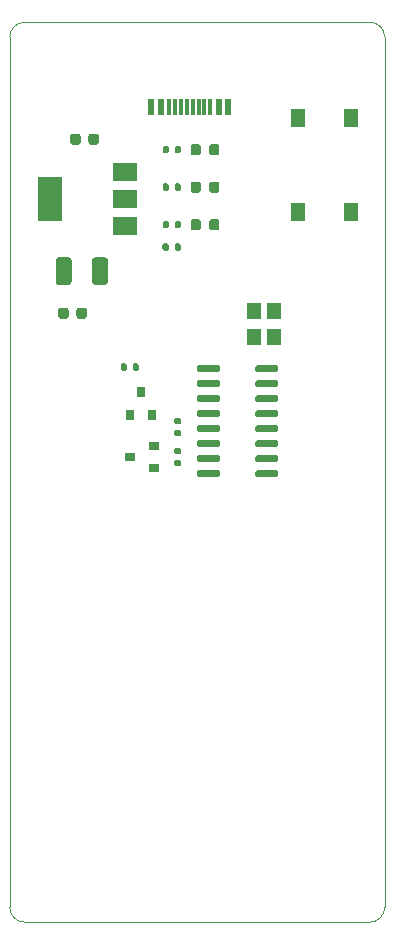
<source format=gbr>
%TF.GenerationSoftware,KiCad,Pcbnew,5.1.10-88a1d61d58~88~ubuntu20.04.1*%
%TF.CreationDate,2021-05-28T23:30:33+02:00*%
%TF.ProjectId,wt32-eth01-programmer,77743332-2d65-4746-9830-312d70726f67,rev?*%
%TF.SameCoordinates,Original*%
%TF.FileFunction,Paste,Top*%
%TF.FilePolarity,Positive*%
%FSLAX46Y46*%
G04 Gerber Fmt 4.6, Leading zero omitted, Abs format (unit mm)*
G04 Created by KiCad (PCBNEW 5.1.10-88a1d61d58~88~ubuntu20.04.1) date 2021-05-28 23:30:33*
%MOMM*%
%LPD*%
G01*
G04 APERTURE LIST*
%TA.AperFunction,Profile*%
%ADD10C,0.050000*%
%TD*%
%ADD11R,1.300000X1.550000*%
%ADD12R,1.200000X1.400000*%
%ADD13R,2.000000X1.500000*%
%ADD14R,2.000000X3.800000*%
%ADD15R,0.800000X0.900000*%
%ADD16R,0.900000X0.800000*%
%ADD17R,0.600000X1.450000*%
%ADD18R,0.300000X1.450000*%
G04 APERTURE END LIST*
D10*
X50800000Y-45720000D02*
G75*
G02*
X52070000Y-44450000I1270000J0D01*
G01*
X52070000Y-120650000D02*
G75*
G02*
X50800000Y-119380000I0J1270000D01*
G01*
X82550000Y-119380000D02*
G75*
G02*
X81280000Y-120650000I-1270000J0D01*
G01*
X81280000Y-44450000D02*
G75*
G02*
X82550000Y-45720000I0J-1270000D01*
G01*
X50800000Y-45720000D02*
X50800000Y-119380000D01*
X81280000Y-44450000D02*
X52070000Y-44450000D01*
X82550000Y-119380000D02*
X82550000Y-45720000D01*
X52070000Y-120650000D02*
X81280000Y-120650000D01*
D11*
%TO.C,SW1*%
X75220000Y-60490000D03*
X79720000Y-60490000D03*
X79720000Y-52540000D03*
X75220000Y-52540000D03*
%TD*%
D12*
%TO.C,Y1*%
X71452000Y-71120000D03*
X71452000Y-68920000D03*
X73152000Y-68920000D03*
X73152000Y-71120000D03*
%TD*%
%TO.C,U2*%
G36*
G01*
X68604000Y-82527000D02*
X68604000Y-82827000D01*
G75*
G02*
X68454000Y-82977000I-150000J0D01*
G01*
X66804000Y-82977000D01*
G75*
G02*
X66654000Y-82827000I0J150000D01*
G01*
X66654000Y-82527000D01*
G75*
G02*
X66804000Y-82377000I150000J0D01*
G01*
X68454000Y-82377000D01*
G75*
G02*
X68604000Y-82527000I0J-150000D01*
G01*
G37*
G36*
G01*
X68604000Y-81257000D02*
X68604000Y-81557000D01*
G75*
G02*
X68454000Y-81707000I-150000J0D01*
G01*
X66804000Y-81707000D01*
G75*
G02*
X66654000Y-81557000I0J150000D01*
G01*
X66654000Y-81257000D01*
G75*
G02*
X66804000Y-81107000I150000J0D01*
G01*
X68454000Y-81107000D01*
G75*
G02*
X68604000Y-81257000I0J-150000D01*
G01*
G37*
G36*
G01*
X68604000Y-79987000D02*
X68604000Y-80287000D01*
G75*
G02*
X68454000Y-80437000I-150000J0D01*
G01*
X66804000Y-80437000D01*
G75*
G02*
X66654000Y-80287000I0J150000D01*
G01*
X66654000Y-79987000D01*
G75*
G02*
X66804000Y-79837000I150000J0D01*
G01*
X68454000Y-79837000D01*
G75*
G02*
X68604000Y-79987000I0J-150000D01*
G01*
G37*
G36*
G01*
X68604000Y-78717000D02*
X68604000Y-79017000D01*
G75*
G02*
X68454000Y-79167000I-150000J0D01*
G01*
X66804000Y-79167000D01*
G75*
G02*
X66654000Y-79017000I0J150000D01*
G01*
X66654000Y-78717000D01*
G75*
G02*
X66804000Y-78567000I150000J0D01*
G01*
X68454000Y-78567000D01*
G75*
G02*
X68604000Y-78717000I0J-150000D01*
G01*
G37*
G36*
G01*
X68604000Y-77447000D02*
X68604000Y-77747000D01*
G75*
G02*
X68454000Y-77897000I-150000J0D01*
G01*
X66804000Y-77897000D01*
G75*
G02*
X66654000Y-77747000I0J150000D01*
G01*
X66654000Y-77447000D01*
G75*
G02*
X66804000Y-77297000I150000J0D01*
G01*
X68454000Y-77297000D01*
G75*
G02*
X68604000Y-77447000I0J-150000D01*
G01*
G37*
G36*
G01*
X68604000Y-76177000D02*
X68604000Y-76477000D01*
G75*
G02*
X68454000Y-76627000I-150000J0D01*
G01*
X66804000Y-76627000D01*
G75*
G02*
X66654000Y-76477000I0J150000D01*
G01*
X66654000Y-76177000D01*
G75*
G02*
X66804000Y-76027000I150000J0D01*
G01*
X68454000Y-76027000D01*
G75*
G02*
X68604000Y-76177000I0J-150000D01*
G01*
G37*
G36*
G01*
X68604000Y-74907000D02*
X68604000Y-75207000D01*
G75*
G02*
X68454000Y-75357000I-150000J0D01*
G01*
X66804000Y-75357000D01*
G75*
G02*
X66654000Y-75207000I0J150000D01*
G01*
X66654000Y-74907000D01*
G75*
G02*
X66804000Y-74757000I150000J0D01*
G01*
X68454000Y-74757000D01*
G75*
G02*
X68604000Y-74907000I0J-150000D01*
G01*
G37*
G36*
G01*
X68604000Y-73637000D02*
X68604000Y-73937000D01*
G75*
G02*
X68454000Y-74087000I-150000J0D01*
G01*
X66804000Y-74087000D01*
G75*
G02*
X66654000Y-73937000I0J150000D01*
G01*
X66654000Y-73637000D01*
G75*
G02*
X66804000Y-73487000I150000J0D01*
G01*
X68454000Y-73487000D01*
G75*
G02*
X68604000Y-73637000I0J-150000D01*
G01*
G37*
G36*
G01*
X73554000Y-73637000D02*
X73554000Y-73937000D01*
G75*
G02*
X73404000Y-74087000I-150000J0D01*
G01*
X71754000Y-74087000D01*
G75*
G02*
X71604000Y-73937000I0J150000D01*
G01*
X71604000Y-73637000D01*
G75*
G02*
X71754000Y-73487000I150000J0D01*
G01*
X73404000Y-73487000D01*
G75*
G02*
X73554000Y-73637000I0J-150000D01*
G01*
G37*
G36*
G01*
X73554000Y-74907000D02*
X73554000Y-75207000D01*
G75*
G02*
X73404000Y-75357000I-150000J0D01*
G01*
X71754000Y-75357000D01*
G75*
G02*
X71604000Y-75207000I0J150000D01*
G01*
X71604000Y-74907000D01*
G75*
G02*
X71754000Y-74757000I150000J0D01*
G01*
X73404000Y-74757000D01*
G75*
G02*
X73554000Y-74907000I0J-150000D01*
G01*
G37*
G36*
G01*
X73554000Y-76177000D02*
X73554000Y-76477000D01*
G75*
G02*
X73404000Y-76627000I-150000J0D01*
G01*
X71754000Y-76627000D01*
G75*
G02*
X71604000Y-76477000I0J150000D01*
G01*
X71604000Y-76177000D01*
G75*
G02*
X71754000Y-76027000I150000J0D01*
G01*
X73404000Y-76027000D01*
G75*
G02*
X73554000Y-76177000I0J-150000D01*
G01*
G37*
G36*
G01*
X73554000Y-77447000D02*
X73554000Y-77747000D01*
G75*
G02*
X73404000Y-77897000I-150000J0D01*
G01*
X71754000Y-77897000D01*
G75*
G02*
X71604000Y-77747000I0J150000D01*
G01*
X71604000Y-77447000D01*
G75*
G02*
X71754000Y-77297000I150000J0D01*
G01*
X73404000Y-77297000D01*
G75*
G02*
X73554000Y-77447000I0J-150000D01*
G01*
G37*
G36*
G01*
X73554000Y-78717000D02*
X73554000Y-79017000D01*
G75*
G02*
X73404000Y-79167000I-150000J0D01*
G01*
X71754000Y-79167000D01*
G75*
G02*
X71604000Y-79017000I0J150000D01*
G01*
X71604000Y-78717000D01*
G75*
G02*
X71754000Y-78567000I150000J0D01*
G01*
X73404000Y-78567000D01*
G75*
G02*
X73554000Y-78717000I0J-150000D01*
G01*
G37*
G36*
G01*
X73554000Y-79987000D02*
X73554000Y-80287000D01*
G75*
G02*
X73404000Y-80437000I-150000J0D01*
G01*
X71754000Y-80437000D01*
G75*
G02*
X71604000Y-80287000I0J150000D01*
G01*
X71604000Y-79987000D01*
G75*
G02*
X71754000Y-79837000I150000J0D01*
G01*
X73404000Y-79837000D01*
G75*
G02*
X73554000Y-79987000I0J-150000D01*
G01*
G37*
G36*
G01*
X73554000Y-81257000D02*
X73554000Y-81557000D01*
G75*
G02*
X73404000Y-81707000I-150000J0D01*
G01*
X71754000Y-81707000D01*
G75*
G02*
X71604000Y-81557000I0J150000D01*
G01*
X71604000Y-81257000D01*
G75*
G02*
X71754000Y-81107000I150000J0D01*
G01*
X73404000Y-81107000D01*
G75*
G02*
X73554000Y-81257000I0J-150000D01*
G01*
G37*
G36*
G01*
X73554000Y-82527000D02*
X73554000Y-82827000D01*
G75*
G02*
X73404000Y-82977000I-150000J0D01*
G01*
X71754000Y-82977000D01*
G75*
G02*
X71604000Y-82827000I0J150000D01*
G01*
X71604000Y-82527000D01*
G75*
G02*
X71754000Y-82377000I150000J0D01*
G01*
X73404000Y-82377000D01*
G75*
G02*
X73554000Y-82527000I0J-150000D01*
G01*
G37*
%TD*%
D13*
%TO.C,U1*%
X60554000Y-61736000D03*
X60554000Y-57136000D03*
X60554000Y-59436000D03*
D14*
X54254000Y-59436000D03*
%TD*%
%TO.C,R7*%
G36*
G01*
X64839000Y-78982000D02*
X65209000Y-78982000D01*
G75*
G02*
X65344000Y-79117000I0J-135000D01*
G01*
X65344000Y-79387000D01*
G75*
G02*
X65209000Y-79522000I-135000J0D01*
G01*
X64839000Y-79522000D01*
G75*
G02*
X64704000Y-79387000I0J135000D01*
G01*
X64704000Y-79117000D01*
G75*
G02*
X64839000Y-78982000I135000J0D01*
G01*
G37*
G36*
G01*
X64839000Y-77962000D02*
X65209000Y-77962000D01*
G75*
G02*
X65344000Y-78097000I0J-135000D01*
G01*
X65344000Y-78367000D01*
G75*
G02*
X65209000Y-78502000I-135000J0D01*
G01*
X64839000Y-78502000D01*
G75*
G02*
X64704000Y-78367000I0J135000D01*
G01*
X64704000Y-78097000D01*
G75*
G02*
X64839000Y-77962000I135000J0D01*
G01*
G37*
%TD*%
%TO.C,R6*%
G36*
G01*
X65209000Y-81038000D02*
X64839000Y-81038000D01*
G75*
G02*
X64704000Y-80903000I0J135000D01*
G01*
X64704000Y-80633000D01*
G75*
G02*
X64839000Y-80498000I135000J0D01*
G01*
X65209000Y-80498000D01*
G75*
G02*
X65344000Y-80633000I0J-135000D01*
G01*
X65344000Y-80903000D01*
G75*
G02*
X65209000Y-81038000I-135000J0D01*
G01*
G37*
G36*
G01*
X65209000Y-82058000D02*
X64839000Y-82058000D01*
G75*
G02*
X64704000Y-81923000I0J135000D01*
G01*
X64704000Y-81653000D01*
G75*
G02*
X64839000Y-81518000I135000J0D01*
G01*
X65209000Y-81518000D01*
G75*
G02*
X65344000Y-81653000I0J-135000D01*
G01*
X65344000Y-81923000D01*
G75*
G02*
X65209000Y-82058000I-135000J0D01*
G01*
G37*
%TD*%
%TO.C,R5*%
G36*
G01*
X64274000Y-63315000D02*
X64274000Y-63685000D01*
G75*
G02*
X64139000Y-63820000I-135000J0D01*
G01*
X63869000Y-63820000D01*
G75*
G02*
X63734000Y-63685000I0J135000D01*
G01*
X63734000Y-63315000D01*
G75*
G02*
X63869000Y-63180000I135000J0D01*
G01*
X64139000Y-63180000D01*
G75*
G02*
X64274000Y-63315000I0J-135000D01*
G01*
G37*
G36*
G01*
X65294000Y-63315000D02*
X65294000Y-63685000D01*
G75*
G02*
X65159000Y-63820000I-135000J0D01*
G01*
X64889000Y-63820000D01*
G75*
G02*
X64754000Y-63685000I0J135000D01*
G01*
X64754000Y-63315000D01*
G75*
G02*
X64889000Y-63180000I135000J0D01*
G01*
X65159000Y-63180000D01*
G75*
G02*
X65294000Y-63315000I0J-135000D01*
G01*
G37*
%TD*%
%TO.C,R4*%
G36*
G01*
X60722000Y-73475000D02*
X60722000Y-73845000D01*
G75*
G02*
X60587000Y-73980000I-135000J0D01*
G01*
X60317000Y-73980000D01*
G75*
G02*
X60182000Y-73845000I0J135000D01*
G01*
X60182000Y-73475000D01*
G75*
G02*
X60317000Y-73340000I135000J0D01*
G01*
X60587000Y-73340000D01*
G75*
G02*
X60722000Y-73475000I0J-135000D01*
G01*
G37*
G36*
G01*
X61742000Y-73475000D02*
X61742000Y-73845000D01*
G75*
G02*
X61607000Y-73980000I-135000J0D01*
G01*
X61337000Y-73980000D01*
G75*
G02*
X61202000Y-73845000I0J135000D01*
G01*
X61202000Y-73475000D01*
G75*
G02*
X61337000Y-73340000I135000J0D01*
G01*
X61607000Y-73340000D01*
G75*
G02*
X61742000Y-73475000I0J-135000D01*
G01*
G37*
%TD*%
%TO.C,R3*%
G36*
G01*
X64758000Y-61780000D02*
X64758000Y-61410000D01*
G75*
G02*
X64893000Y-61275000I135000J0D01*
G01*
X65163000Y-61275000D01*
G75*
G02*
X65298000Y-61410000I0J-135000D01*
G01*
X65298000Y-61780000D01*
G75*
G02*
X65163000Y-61915000I-135000J0D01*
G01*
X64893000Y-61915000D01*
G75*
G02*
X64758000Y-61780000I0J135000D01*
G01*
G37*
G36*
G01*
X63738000Y-61780000D02*
X63738000Y-61410000D01*
G75*
G02*
X63873000Y-61275000I135000J0D01*
G01*
X64143000Y-61275000D01*
G75*
G02*
X64278000Y-61410000I0J-135000D01*
G01*
X64278000Y-61780000D01*
G75*
G02*
X64143000Y-61915000I-135000J0D01*
G01*
X63873000Y-61915000D01*
G75*
G02*
X63738000Y-61780000I0J135000D01*
G01*
G37*
%TD*%
%TO.C,R2*%
G36*
G01*
X64758000Y-58605000D02*
X64758000Y-58235000D01*
G75*
G02*
X64893000Y-58100000I135000J0D01*
G01*
X65163000Y-58100000D01*
G75*
G02*
X65298000Y-58235000I0J-135000D01*
G01*
X65298000Y-58605000D01*
G75*
G02*
X65163000Y-58740000I-135000J0D01*
G01*
X64893000Y-58740000D01*
G75*
G02*
X64758000Y-58605000I0J135000D01*
G01*
G37*
G36*
G01*
X63738000Y-58605000D02*
X63738000Y-58235000D01*
G75*
G02*
X63873000Y-58100000I135000J0D01*
G01*
X64143000Y-58100000D01*
G75*
G02*
X64278000Y-58235000I0J-135000D01*
G01*
X64278000Y-58605000D01*
G75*
G02*
X64143000Y-58740000I-135000J0D01*
G01*
X63873000Y-58740000D01*
G75*
G02*
X63738000Y-58605000I0J135000D01*
G01*
G37*
%TD*%
%TO.C,R1*%
G36*
G01*
X64758000Y-55430000D02*
X64758000Y-55060000D01*
G75*
G02*
X64893000Y-54925000I135000J0D01*
G01*
X65163000Y-54925000D01*
G75*
G02*
X65298000Y-55060000I0J-135000D01*
G01*
X65298000Y-55430000D01*
G75*
G02*
X65163000Y-55565000I-135000J0D01*
G01*
X64893000Y-55565000D01*
G75*
G02*
X64758000Y-55430000I0J135000D01*
G01*
G37*
G36*
G01*
X63738000Y-55430000D02*
X63738000Y-55060000D01*
G75*
G02*
X63873000Y-54925000I135000J0D01*
G01*
X64143000Y-54925000D01*
G75*
G02*
X64278000Y-55060000I0J-135000D01*
G01*
X64278000Y-55430000D01*
G75*
G02*
X64143000Y-55565000I-135000J0D01*
G01*
X63873000Y-55565000D01*
G75*
G02*
X63738000Y-55430000I0J135000D01*
G01*
G37*
%TD*%
D15*
%TO.C,Q2*%
X61910000Y-75724000D03*
X62860000Y-77724000D03*
X60960000Y-77724000D03*
%TD*%
D16*
%TO.C,Q1*%
X60992000Y-81280000D03*
X62992000Y-80330000D03*
X62992000Y-82230000D03*
%TD*%
D17*
%TO.C,J1*%
X62790000Y-51670000D03*
X63590000Y-51670000D03*
X68490000Y-51670000D03*
X69290000Y-51670000D03*
X69290000Y-51670000D03*
X68490000Y-51670000D03*
X63590000Y-51670000D03*
X62790000Y-51670000D03*
D18*
X67790000Y-51670000D03*
X67290000Y-51670000D03*
X66790000Y-51670000D03*
X65790000Y-51670000D03*
X65290000Y-51670000D03*
X64790000Y-51670000D03*
X64290000Y-51670000D03*
X66290000Y-51670000D03*
%TD*%
%TO.C,D3*%
G36*
G01*
X66985500Y-61338750D02*
X66985500Y-61851250D01*
G75*
G02*
X66766750Y-62070000I-218750J0D01*
G01*
X66329250Y-62070000D01*
G75*
G02*
X66110500Y-61851250I0J218750D01*
G01*
X66110500Y-61338750D01*
G75*
G02*
X66329250Y-61120000I218750J0D01*
G01*
X66766750Y-61120000D01*
G75*
G02*
X66985500Y-61338750I0J-218750D01*
G01*
G37*
G36*
G01*
X68560500Y-61338750D02*
X68560500Y-61851250D01*
G75*
G02*
X68341750Y-62070000I-218750J0D01*
G01*
X67904250Y-62070000D01*
G75*
G02*
X67685500Y-61851250I0J218750D01*
G01*
X67685500Y-61338750D01*
G75*
G02*
X67904250Y-61120000I218750J0D01*
G01*
X68341750Y-61120000D01*
G75*
G02*
X68560500Y-61338750I0J-218750D01*
G01*
G37*
%TD*%
%TO.C,D2*%
G36*
G01*
X66985500Y-58163750D02*
X66985500Y-58676250D01*
G75*
G02*
X66766750Y-58895000I-218750J0D01*
G01*
X66329250Y-58895000D01*
G75*
G02*
X66110500Y-58676250I0J218750D01*
G01*
X66110500Y-58163750D01*
G75*
G02*
X66329250Y-57945000I218750J0D01*
G01*
X66766750Y-57945000D01*
G75*
G02*
X66985500Y-58163750I0J-218750D01*
G01*
G37*
G36*
G01*
X68560500Y-58163750D02*
X68560500Y-58676250D01*
G75*
G02*
X68341750Y-58895000I-218750J0D01*
G01*
X67904250Y-58895000D01*
G75*
G02*
X67685500Y-58676250I0J218750D01*
G01*
X67685500Y-58163750D01*
G75*
G02*
X67904250Y-57945000I218750J0D01*
G01*
X68341750Y-57945000D01*
G75*
G02*
X68560500Y-58163750I0J-218750D01*
G01*
G37*
%TD*%
%TO.C,D1*%
G36*
G01*
X66985500Y-54988750D02*
X66985500Y-55501250D01*
G75*
G02*
X66766750Y-55720000I-218750J0D01*
G01*
X66329250Y-55720000D01*
G75*
G02*
X66110500Y-55501250I0J218750D01*
G01*
X66110500Y-54988750D01*
G75*
G02*
X66329250Y-54770000I218750J0D01*
G01*
X66766750Y-54770000D01*
G75*
G02*
X66985500Y-54988750I0J-218750D01*
G01*
G37*
G36*
G01*
X68560500Y-54988750D02*
X68560500Y-55501250D01*
G75*
G02*
X68341750Y-55720000I-218750J0D01*
G01*
X67904250Y-55720000D01*
G75*
G02*
X67685500Y-55501250I0J218750D01*
G01*
X67685500Y-54988750D01*
G75*
G02*
X67904250Y-54770000I218750J0D01*
G01*
X68341750Y-54770000D01*
G75*
G02*
X68560500Y-54988750I0J-218750D01*
G01*
G37*
%TD*%
%TO.C,C3*%
G36*
G01*
X56446000Y-69338000D02*
X56446000Y-68838000D01*
G75*
G02*
X56671000Y-68613000I225000J0D01*
G01*
X57121000Y-68613000D01*
G75*
G02*
X57346000Y-68838000I0J-225000D01*
G01*
X57346000Y-69338000D01*
G75*
G02*
X57121000Y-69563000I-225000J0D01*
G01*
X56671000Y-69563000D01*
G75*
G02*
X56446000Y-69338000I0J225000D01*
G01*
G37*
G36*
G01*
X54896000Y-69338000D02*
X54896000Y-68838000D01*
G75*
G02*
X55121000Y-68613000I225000J0D01*
G01*
X55571000Y-68613000D01*
G75*
G02*
X55796000Y-68838000I0J-225000D01*
G01*
X55796000Y-69338000D01*
G75*
G02*
X55571000Y-69563000I-225000J0D01*
G01*
X55121000Y-69563000D01*
G75*
G02*
X54896000Y-69338000I0J225000D01*
G01*
G37*
%TD*%
%TO.C,C2*%
G36*
G01*
X57784500Y-66457003D02*
X57784500Y-64606997D01*
G75*
G02*
X58034497Y-64357000I249997J0D01*
G01*
X58859503Y-64357000D01*
G75*
G02*
X59109500Y-64606997I0J-249997D01*
G01*
X59109500Y-66457003D01*
G75*
G02*
X58859503Y-66707000I-249997J0D01*
G01*
X58034497Y-66707000D01*
G75*
G02*
X57784500Y-66457003I0J249997D01*
G01*
G37*
G36*
G01*
X54709500Y-66457003D02*
X54709500Y-64606997D01*
G75*
G02*
X54959497Y-64357000I249997J0D01*
G01*
X55784503Y-64357000D01*
G75*
G02*
X56034500Y-64606997I0J-249997D01*
G01*
X56034500Y-66457003D01*
G75*
G02*
X55784503Y-66707000I-249997J0D01*
G01*
X54959497Y-66707000D01*
G75*
G02*
X54709500Y-66457003I0J249997D01*
G01*
G37*
%TD*%
%TO.C,C1*%
G36*
G01*
X56812000Y-54106000D02*
X56812000Y-54606000D01*
G75*
G02*
X56587000Y-54831000I-225000J0D01*
G01*
X56137000Y-54831000D01*
G75*
G02*
X55912000Y-54606000I0J225000D01*
G01*
X55912000Y-54106000D01*
G75*
G02*
X56137000Y-53881000I225000J0D01*
G01*
X56587000Y-53881000D01*
G75*
G02*
X56812000Y-54106000I0J-225000D01*
G01*
G37*
G36*
G01*
X58362000Y-54106000D02*
X58362000Y-54606000D01*
G75*
G02*
X58137000Y-54831000I-225000J0D01*
G01*
X57687000Y-54831000D01*
G75*
G02*
X57462000Y-54606000I0J225000D01*
G01*
X57462000Y-54106000D01*
G75*
G02*
X57687000Y-53881000I225000J0D01*
G01*
X58137000Y-53881000D01*
G75*
G02*
X58362000Y-54106000I0J-225000D01*
G01*
G37*
%TD*%
M02*

</source>
